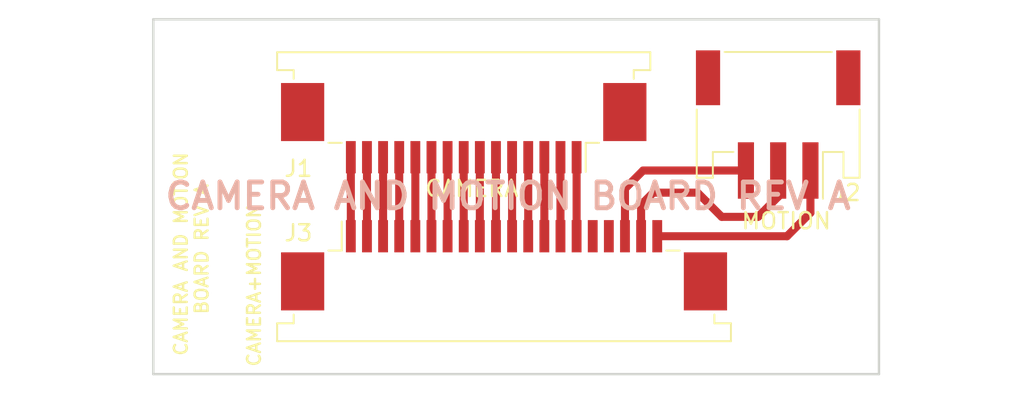
<source format=kicad_pcb>
(kicad_pcb (version 4) (host pcbnew 4.0.6)

  (general
    (links 18)
    (no_connects 0)
    (area 90.419048 98.675 154.080953 123.425)
    (thickness 1.6)
    (drawings 6)
    (tracks 28)
    (zones 0)
    (modules 5)
    (nets 21)
  )

  (page A4)
  (layers
    (0 F.Cu signal)
    (31 B.Cu signal)
    (32 B.Adhes user)
    (33 F.Adhes user)
    (34 B.Paste user)
    (35 F.Paste user)
    (36 B.SilkS user)
    (37 F.SilkS user)
    (38 B.Mask user)
    (39 F.Mask user)
    (40 Dwgs.User user)
    (41 Cmts.User user)
    (42 Eco1.User user)
    (43 Eco2.User user)
    (44 Edge.Cuts user)
    (45 Margin user)
    (46 B.CrtYd user)
    (47 F.CrtYd user)
    (48 B.Fab user)
    (49 F.Fab user)
  )

  (setup
    (last_trace_width 0.25)
    (user_trace_width 0.35)
    (user_trace_width 0.4)
    (user_trace_width 0.45)
    (user_trace_width 0.5)
    (trace_clearance 0.2)
    (zone_clearance 0.508)
    (zone_45_only no)
    (trace_min 0.2)
    (segment_width 0.2)
    (edge_width 0.15)
    (via_size 0.6)
    (via_drill 0.4)
    (via_min_size 0.4)
    (via_min_drill 0.3)
    (uvia_size 0.3)
    (uvia_drill 0.1)
    (uvias_allowed no)
    (uvia_min_size 0.2)
    (uvia_min_drill 0.1)
    (pcb_text_width 0.3)
    (pcb_text_size 1.5 1.5)
    (mod_edge_width 0.15)
    (mod_text_size 1 1)
    (mod_text_width 0.15)
    (pad_size 1.524 1.524)
    (pad_drill 0.762)
    (pad_to_mask_clearance 0.2)
    (aux_axis_origin 0 0)
    (visible_elements 7FFFFFFF)
    (pcbplotparams
      (layerselection 0x210b8_80000001)
      (usegerberextensions false)
      (excludeedgelayer true)
      (linewidth 0.100000)
      (plotframeref false)
      (viasonmask false)
      (mode 1)
      (useauxorigin false)
      (hpglpennumber 1)
      (hpglpenspeed 20)
      (hpglpendiameter 15)
      (hpglpenoverlay 2)
      (psnegative false)
      (psa4output false)
      (plotreference true)
      (plotvalue true)
      (plotinvisibletext false)
      (padsonsilk false)
      (subtractmaskfromsilk false)
      (outputformat 1)
      (mirror false)
      (drillshape 0)
      (scaleselection 1)
      (outputdirectory Gerbers))
  )

  (net 0 "")
  (net 1 "Net-(J1-Pad1)")
  (net 2 "Net-(J1-Pad2)")
  (net 3 "Net-(J1-Pad3)")
  (net 4 "Net-(J1-Pad4)")
  (net 5 "Net-(J1-Pad5)")
  (net 6 "Net-(J1-Pad6)")
  (net 7 "Net-(J1-Pad7)")
  (net 8 "Net-(J1-Pad8)")
  (net 9 "Net-(J1-Pad9)")
  (net 10 "Net-(J1-Pad10)")
  (net 11 "Net-(J1-Pad11)")
  (net 12 "Net-(J1-Pad12)")
  (net 13 "Net-(J1-Pad13)")
  (net 14 "Net-(J1-Pad14)")
  (net 15 "Net-(J1-Pad15)")
  (net 16 "Net-(J2-Pad1)")
  (net 17 "Net-(J2-Pad2)")
  (net 18 "Net-(J2-Pad3)")
  (net 19 "Net-(J3-Pad16)")
  (net 20 "Net-(J3-Pad17)")

  (net_class Default "This is the default net class."
    (clearance 0.2)
    (trace_width 0.25)
    (via_dia 0.6)
    (via_drill 0.4)
    (uvia_dia 0.3)
    (uvia_drill 0.1)
    (add_net "Net-(J1-Pad1)")
    (add_net "Net-(J1-Pad10)")
    (add_net "Net-(J1-Pad11)")
    (add_net "Net-(J1-Pad12)")
    (add_net "Net-(J1-Pad13)")
    (add_net "Net-(J1-Pad14)")
    (add_net "Net-(J1-Pad15)")
    (add_net "Net-(J1-Pad2)")
    (add_net "Net-(J1-Pad3)")
    (add_net "Net-(J1-Pad4)")
    (add_net "Net-(J1-Pad5)")
    (add_net "Net-(J1-Pad6)")
    (add_net "Net-(J1-Pad7)")
    (add_net "Net-(J1-Pad8)")
    (add_net "Net-(J1-Pad9)")
    (add_net "Net-(J2-Pad1)")
    (add_net "Net-(J2-Pad2)")
    (add_net "Net-(J2-Pad3)")
    (add_net "Net-(J3-Pad16)")
    (add_net "Net-(J3-Pad17)")
  )

  (module Connector_FFC-FPC:TE_1-84953-5_1x15_P1.0mm_Horizontal (layer F.Cu) (tedit 5AF18A88) (tstamp 5AF10673)
    (at 119.25 106.75 180)
    (descr "TE FPC connector, 15 top-side contacts, 1.0mm pitch, 1.0mm height, SMT, http://www.te.com/commerce/DocumentDelivery/DDEController?Action=srchrtrv&DocNm=84953&DocType=Customer+Drawing&DocLang=English&DocFormat=pdf&PartCntxt=84953-4")
    (tags "te fpc 84953")
    (path /5AF08486)
    (attr smd)
    (fp_text reference J1 (at 10.25 -2.5 180) (layer F.SilkS)
      (effects (font (size 1 1) (thickness 0.15)))
    )
    (fp_text value CAMERA (at -0.5 -3.75 180) (layer F.SilkS)
      (effects (font (size 1 1) (thickness 0.15)))
    )
    (fp_line (start -10.435 -0.8) (end 10.435 -0.8) (layer F.Fab) (width 0.1))
    (fp_line (start 10.435 -0.8) (end 10.435 3.71) (layer F.Fab) (width 0.1))
    (fp_line (start 10.435 3.71) (end 11.46 3.71) (layer F.Fab) (width 0.1))
    (fp_line (start 11.46 3.71) (end 11.46 4.6) (layer F.Fab) (width 0.1))
    (fp_line (start 11.46 4.6) (end -11.46 4.6) (layer F.Fab) (width 0.1))
    (fp_line (start -11.46 4.6) (end -11.46 3.71) (layer F.Fab) (width 0.1))
    (fp_line (start -11.46 3.71) (end -10.435 3.71) (layer F.Fab) (width 0.1))
    (fp_line (start -10.435 3.71) (end -10.435 -0.8) (layer F.Fab) (width 0.1))
    (fp_line (start -7.5 -0.8) (end -7 0.2) (layer F.Fab) (width 0.1))
    (fp_line (start -7 0.2) (end -6.5 -0.8) (layer F.Fab) (width 0.1))
    (fp_line (start 10.435 4.6) (end 10.435 5.61) (layer F.Fab) (width 0.1))
    (fp_line (start 10.435 5.61) (end 11.46 5.61) (layer F.Fab) (width 0.1))
    (fp_line (start 11.46 5.61) (end 11.46 6.5) (layer F.Fab) (width 0.1))
    (fp_line (start 11.46 6.5) (end -11.46 6.5) (layer F.Fab) (width 0.1))
    (fp_line (start -11.46 6.5) (end -11.46 5.61) (layer F.Fab) (width 0.1))
    (fp_line (start -11.46 5.61) (end -10.435 5.61) (layer F.Fab) (width 0.1))
    (fp_line (start -10.435 5.61) (end -10.435 4.6) (layer F.Fab) (width 0.1))
    (fp_line (start 10.545 3.06) (end 10.545 3.6) (layer F.SilkS) (width 0.12))
    (fp_line (start 10.545 3.6) (end 11.57 3.6) (layer F.SilkS) (width 0.12))
    (fp_line (start 11.57 3.6) (end 11.57 4.71) (layer F.SilkS) (width 0.12))
    (fp_line (start 11.57 4.71) (end -11.57 4.71) (layer F.SilkS) (width 0.12))
    (fp_line (start -11.57 4.71) (end -11.57 3.6) (layer F.SilkS) (width 0.12))
    (fp_line (start -11.57 3.6) (end -10.545 3.6) (layer F.SilkS) (width 0.12))
    (fp_line (start -10.545 3.6) (end -10.545 3.06) (layer F.SilkS) (width 0.12))
    (fp_line (start -8.39 -0.91) (end -7.565 -0.91) (layer F.SilkS) (width 0.12))
    (fp_line (start -7.565 -0.91) (end -7.565 -2.71) (layer F.SilkS) (width 0.12))
    (fp_line (start 7.565 -0.91) (end 8.39 -0.91) (layer F.SilkS) (width 0.12))
    (fp_line (start -11.96 -3.3) (end -11.96 7) (layer F.CrtYd) (width 0.05))
    (fp_line (start -11.96 7) (end 11.96 7) (layer F.CrtYd) (width 0.05))
    (fp_line (start 11.96 7) (end 11.96 -3.3) (layer F.CrtYd) (width 0.05))
    (fp_line (start 11.96 -3.3) (end -11.96 -3.3) (layer F.CrtYd) (width 0.05))
    (fp_text user %R (at 0 1.9 180) (layer F.Fab)
      (effects (font (size 1 1) (thickness 0.15)))
    )
    (pad 1 smd rect (at -7 -1.8 180) (size 0.61 2) (layers F.Cu F.Paste F.Mask)
      (net 1 "Net-(J1-Pad1)"))
    (pad 2 smd rect (at -6 -1.8 180) (size 0.61 2) (layers F.Cu F.Paste F.Mask)
      (net 2 "Net-(J1-Pad2)"))
    (pad 3 smd rect (at -5 -1.8 180) (size 0.61 2) (layers F.Cu F.Paste F.Mask)
      (net 3 "Net-(J1-Pad3)"))
    (pad 4 smd rect (at -4 -1.8 180) (size 0.61 2) (layers F.Cu F.Paste F.Mask)
      (net 4 "Net-(J1-Pad4)"))
    (pad 5 smd rect (at -3 -1.8 180) (size 0.61 2) (layers F.Cu F.Paste F.Mask)
      (net 5 "Net-(J1-Pad5)"))
    (pad 6 smd rect (at -2 -1.8 180) (size 0.61 2) (layers F.Cu F.Paste F.Mask)
      (net 6 "Net-(J1-Pad6)"))
    (pad 7 smd rect (at -1 -1.8 180) (size 0.61 2) (layers F.Cu F.Paste F.Mask)
      (net 7 "Net-(J1-Pad7)"))
    (pad 8 smd rect (at 0 -1.8 180) (size 0.61 2) (layers F.Cu F.Paste F.Mask)
      (net 8 "Net-(J1-Pad8)"))
    (pad 9 smd rect (at 1 -1.8 180) (size 0.61 2) (layers F.Cu F.Paste F.Mask)
      (net 9 "Net-(J1-Pad9)"))
    (pad 10 smd rect (at 2 -1.8 180) (size 0.61 2) (layers F.Cu F.Paste F.Mask)
      (net 10 "Net-(J1-Pad10)"))
    (pad 11 smd rect (at 3 -1.8 180) (size 0.61 2) (layers F.Cu F.Paste F.Mask)
      (net 11 "Net-(J1-Pad11)"))
    (pad 12 smd rect (at 4 -1.8 180) (size 0.61 2) (layers F.Cu F.Paste F.Mask)
      (net 12 "Net-(J1-Pad12)"))
    (pad 13 smd rect (at 5 -1.8 180) (size 0.61 2) (layers F.Cu F.Paste F.Mask)
      (net 13 "Net-(J1-Pad13)"))
    (pad 14 smd rect (at 6 -1.8 180) (size 0.61 2) (layers F.Cu F.Paste F.Mask)
      (net 14 "Net-(J1-Pad14)"))
    (pad 15 smd rect (at 7 -1.8 180) (size 0.61 2) (layers F.Cu F.Paste F.Mask)
      (net 15 "Net-(J1-Pad15)"))
    (pad "" smd rect (at -9.99 1 180) (size 2.68 3.6) (layers F.Cu F.Paste F.Mask))
    (pad "" smd rect (at 9.99 1 180) (size 2.68 3.6) (layers F.Cu F.Paste F.Mask))
    (model C:/CameraBoard/3D/1-84953-5.STEP
      (at (xyz 0 0 0))
      (scale (xyz 1 1 1))
      (rotate (xyz 0 0 0))
    )
  )

  (module Connectors_JST:JST_PH_S3B-PH-SM4-TB_03x2.00mm_Angled (layer F.Cu) (tedit 5AF18A92) (tstamp 5AF10695)
    (at 138.75 106.5 180)
    (descr "JST PH series connector, S3B-PH-SM4-TB, side entry type, surface mount, Datasheet: http://www.jst-mfg.com/product/pdf/eng/ePH.pdf")
    (tags "connector jst ph")
    (path /5AF08529)
    (attr smd)
    (fp_text reference J2 (at -4.25 -4.25 180) (layer F.SilkS)
      (effects (font (size 1 1) (thickness 0.15)))
    )
    (fp_text value MOTION (at -0.5 -6 180) (layer F.SilkS)
      (effects (font (size 1 1) (thickness 0.15)))
    )
    (fp_line (start -4.15 -1.625) (end -4.15 -3.225) (layer F.Fab) (width 0.1))
    (fp_line (start -4.15 -3.225) (end -4.95 -3.225) (layer F.Fab) (width 0.1))
    (fp_line (start -4.95 -3.225) (end -4.95 4.375) (layer F.Fab) (width 0.1))
    (fp_line (start -4.95 4.375) (end 4.95 4.375) (layer F.Fab) (width 0.1))
    (fp_line (start 4.95 4.375) (end 4.95 -3.225) (layer F.Fab) (width 0.1))
    (fp_line (start 4.95 -3.225) (end 4.15 -3.225) (layer F.Fab) (width 0.1))
    (fp_line (start 4.15 -3.225) (end 4.15 -1.625) (layer F.Fab) (width 0.1))
    (fp_line (start 4.15 -1.625) (end -4.15 -1.625) (layer F.Fab) (width 0.1))
    (fp_line (start -2.775 -1.725) (end -4.05 -1.725) (layer F.SilkS) (width 0.12))
    (fp_line (start -4.05 -1.725) (end -4.05 -3.325) (layer F.SilkS) (width 0.12))
    (fp_line (start -4.05 -3.325) (end -5.05 -3.325) (layer F.SilkS) (width 0.12))
    (fp_line (start -5.05 -3.325) (end -5.05 0.9) (layer F.SilkS) (width 0.12))
    (fp_line (start 5.05 0.9) (end 5.05 -3.325) (layer F.SilkS) (width 0.12))
    (fp_line (start 5.05 -3.325) (end 4.05 -3.325) (layer F.SilkS) (width 0.12))
    (fp_line (start 4.05 -3.325) (end 4.05 -1.725) (layer F.SilkS) (width 0.12))
    (fp_line (start 4.05 -1.725) (end 2.775 -1.725) (layer F.SilkS) (width 0.12))
    (fp_line (start -3.325 4.475) (end 3.325 4.475) (layer F.SilkS) (width 0.12))
    (fp_line (start -2.775 -1.725) (end -2.775 -4.625) (layer F.SilkS) (width 0.12))
    (fp_line (start -3 -1.625) (end -2 -0.625) (layer F.Fab) (width 0.1))
    (fp_line (start -2 -0.625) (end -1 -1.625) (layer F.Fab) (width 0.1))
    (fp_line (start -5.6 -5.13) (end -5.6 5.07) (layer F.CrtYd) (width 0.05))
    (fp_line (start -5.6 5.07) (end 5.6 5.07) (layer F.CrtYd) (width 0.05))
    (fp_line (start 5.6 5.07) (end 5.6 -5.13) (layer F.CrtYd) (width 0.05))
    (fp_line (start 5.6 -5.13) (end -5.6 -5.13) (layer F.CrtYd) (width 0.05))
    (fp_text user %R (at 0 1.5 180) (layer F.Fab)
      (effects (font (size 1 1) (thickness 0.15)))
    )
    (pad 1 smd rect (at -2 -2.875 180) (size 1 3.5) (layers F.Cu F.Paste F.Mask)
      (net 16 "Net-(J2-Pad1)"))
    (pad 2 smd rect (at 0 -2.875 180) (size 1 3.5) (layers F.Cu F.Paste F.Mask)
      (net 17 "Net-(J2-Pad2)"))
    (pad 3 smd rect (at 2 -2.875 180) (size 1 3.5) (layers F.Cu F.Paste F.Mask)
      (net 18 "Net-(J2-Pad3)"))
    (pad "" smd rect (at -4.35 2.875 180) (size 1.5 3.4) (layers F.Cu F.Paste F.Mask))
    (pad "" smd rect (at 4.35 2.875 180) (size 1.5 3.4) (layers F.Cu F.Paste F.Mask))
    (model C:/CameraBoard/3D/S3B-PH-SM4.STEP
      (at (xyz 0 0 0))
      (scale (xyz 1 1 1))
      (rotate (xyz 0 0 0))
    )
  )

  (module Connector_FFC-FPC:TE_2-84953-0_1x20_P1.0mm_Horizontal (layer F.Cu) (tedit 5AF18E98) (tstamp 5AF106CF)
    (at 121.75 115.25)
    (descr "TE FPC connector, 20 top-side contacts, 1.0mm pitch, 1.0mm height, SMT, http://www.te.com/commerce/DocumentDelivery/DDEController?Action=srchrtrv&DocNm=84953&DocType=Customer+Drawing&DocLang=English&DocFormat=pdf&PartCntxt=84953-4")
    (tags "te fpc 84953")
    (path /5AF085E0)
    (attr smd)
    (fp_text reference J3 (at -12.75 -2) (layer F.SilkS)
      (effects (font (size 1 1) (thickness 0.15)))
    )
    (fp_text value CAMERA+MOTION (at -15.5 1.25 90) (layer F.SilkS)
      (effects (font (size 0.8 0.8) (thickness 0.15)))
    )
    (fp_line (start -12.935 -0.8) (end 12.935 -0.8) (layer F.Fab) (width 0.1))
    (fp_line (start 12.935 -0.8) (end 12.935 3.71) (layer F.Fab) (width 0.1))
    (fp_line (start 12.935 3.71) (end 13.96 3.71) (layer F.Fab) (width 0.1))
    (fp_line (start 13.96 3.71) (end 13.96 4.6) (layer F.Fab) (width 0.1))
    (fp_line (start 13.96 4.6) (end -13.96 4.6) (layer F.Fab) (width 0.1))
    (fp_line (start -13.96 4.6) (end -13.96 3.71) (layer F.Fab) (width 0.1))
    (fp_line (start -13.96 3.71) (end -12.935 3.71) (layer F.Fab) (width 0.1))
    (fp_line (start -12.935 3.71) (end -12.935 -0.8) (layer F.Fab) (width 0.1))
    (fp_line (start -10 -0.8) (end -9.5 0.2) (layer F.Fab) (width 0.1))
    (fp_line (start -9.5 0.2) (end -9 -0.8) (layer F.Fab) (width 0.1))
    (fp_line (start 12.935 4.6) (end 12.935 5.61) (layer F.Fab) (width 0.1))
    (fp_line (start 12.935 5.61) (end 13.96 5.61) (layer F.Fab) (width 0.1))
    (fp_line (start 13.96 5.61) (end 13.96 6.5) (layer F.Fab) (width 0.1))
    (fp_line (start 13.96 6.5) (end -13.96 6.5) (layer F.Fab) (width 0.1))
    (fp_line (start -13.96 6.5) (end -13.96 5.61) (layer F.Fab) (width 0.1))
    (fp_line (start -13.96 5.61) (end -12.935 5.61) (layer F.Fab) (width 0.1))
    (fp_line (start -12.935 5.61) (end -12.935 4.6) (layer F.Fab) (width 0.1))
    (fp_line (start 13.045 3.06) (end 13.045 3.6) (layer F.SilkS) (width 0.12))
    (fp_line (start 13.045 3.6) (end 14.07 3.6) (layer F.SilkS) (width 0.12))
    (fp_line (start 14.07 3.6) (end 14.07 4.71) (layer F.SilkS) (width 0.12))
    (fp_line (start 14.07 4.71) (end -14.07 4.71) (layer F.SilkS) (width 0.12))
    (fp_line (start -14.07 4.71) (end -14.07 3.6) (layer F.SilkS) (width 0.12))
    (fp_line (start -14.07 3.6) (end -13.045 3.6) (layer F.SilkS) (width 0.12))
    (fp_line (start -13.045 3.6) (end -13.045 3.06) (layer F.SilkS) (width 0.12))
    (fp_line (start -10.89 -0.91) (end -10.065 -0.91) (layer F.SilkS) (width 0.12))
    (fp_line (start -10.065 -0.91) (end -10.065 -2.71) (layer F.SilkS) (width 0.12))
    (fp_line (start 10.065 -0.91) (end 10.89 -0.91) (layer F.SilkS) (width 0.12))
    (fp_line (start -14.46 -3.3) (end -14.46 7) (layer F.CrtYd) (width 0.05))
    (fp_line (start -14.46 7) (end 14.46 7) (layer F.CrtYd) (width 0.05))
    (fp_line (start 14.46 7) (end 14.46 -3.3) (layer F.CrtYd) (width 0.05))
    (fp_line (start 14.46 -3.3) (end -14.46 -3.3) (layer F.CrtYd) (width 0.05))
    (fp_text user %R (at 0 1.9) (layer F.Fab)
      (effects (font (size 1 1) (thickness 0.15)))
    )
    (pad 1 smd rect (at -9.5 -1.8) (size 0.61 2) (layers F.Cu F.Paste F.Mask)
      (net 15 "Net-(J1-Pad15)"))
    (pad 2 smd rect (at -8.5 -1.8) (size 0.61 2) (layers F.Cu F.Paste F.Mask)
      (net 14 "Net-(J1-Pad14)"))
    (pad 3 smd rect (at -7.5 -1.8) (size 0.61 2) (layers F.Cu F.Paste F.Mask)
      (net 13 "Net-(J1-Pad13)"))
    (pad 4 smd rect (at -6.5 -1.8) (size 0.61 2) (layers F.Cu F.Paste F.Mask)
      (net 12 "Net-(J1-Pad12)"))
    (pad 5 smd rect (at -5.5 -1.8) (size 0.61 2) (layers F.Cu F.Paste F.Mask)
      (net 11 "Net-(J1-Pad11)"))
    (pad 6 smd rect (at -4.5 -1.8) (size 0.61 2) (layers F.Cu F.Paste F.Mask)
      (net 10 "Net-(J1-Pad10)"))
    (pad 7 smd rect (at -3.5 -1.8) (size 0.61 2) (layers F.Cu F.Paste F.Mask)
      (net 9 "Net-(J1-Pad9)"))
    (pad 8 smd rect (at -2.5 -1.8) (size 0.61 2) (layers F.Cu F.Paste F.Mask)
      (net 8 "Net-(J1-Pad8)"))
    (pad 9 smd rect (at -1.5 -1.8) (size 0.61 2) (layers F.Cu F.Paste F.Mask)
      (net 7 "Net-(J1-Pad7)"))
    (pad 10 smd rect (at -0.5 -1.8) (size 0.61 2) (layers F.Cu F.Paste F.Mask)
      (net 6 "Net-(J1-Pad6)"))
    (pad 11 smd rect (at 0.5 -1.8) (size 0.61 2) (layers F.Cu F.Paste F.Mask)
      (net 5 "Net-(J1-Pad5)"))
    (pad 12 smd rect (at 1.5 -1.8) (size 0.61 2) (layers F.Cu F.Paste F.Mask)
      (net 4 "Net-(J1-Pad4)"))
    (pad 13 smd rect (at 2.5 -1.8) (size 0.61 2) (layers F.Cu F.Paste F.Mask)
      (net 3 "Net-(J1-Pad3)"))
    (pad 14 smd rect (at 3.5 -1.8) (size 0.61 2) (layers F.Cu F.Paste F.Mask)
      (net 2 "Net-(J1-Pad2)"))
    (pad 15 smd rect (at 4.5 -1.8) (size 0.61 2) (layers F.Cu F.Paste F.Mask)
      (net 1 "Net-(J1-Pad1)"))
    (pad 16 smd rect (at 5.5 -1.8) (size 0.61 2) (layers F.Cu F.Paste F.Mask)
      (net 19 "Net-(J3-Pad16)"))
    (pad 17 smd rect (at 6.5 -1.8) (size 0.61 2) (layers F.Cu F.Paste F.Mask)
      (net 20 "Net-(J3-Pad17)"))
    (pad 18 smd rect (at 7.5 -1.8) (size 0.61 2) (layers F.Cu F.Paste F.Mask)
      (net 18 "Net-(J2-Pad3)"))
    (pad 19 smd rect (at 8.5 -1.8) (size 0.61 2) (layers F.Cu F.Paste F.Mask)
      (net 17 "Net-(J2-Pad2)"))
    (pad 20 smd rect (at 9.5 -1.8) (size 0.61 2) (layers F.Cu F.Paste F.Mask)
      (net 16 "Net-(J2-Pad1)"))
    (pad "" smd rect (at -12.49 1) (size 2.68 3.6) (layers F.Cu F.Paste F.Mask))
    (pad "" smd rect (at 12.49 1) (size 2.68 3.6) (layers F.Cu F.Paste F.Mask))
    (model C:/CameraBoard/3D/2-84953-0.STEP
      (at (xyz 0 0 0))
      (scale (xyz 1 1 1))
      (rotate (xyz 0 0 0))
    )
  )

  (module Mounting_Holes:MountingHole_3.2mm_M3_ISO7380 (layer F.Cu) (tedit 5AF097B4) (tstamp 5AF12558)
    (at 103.5 103.5)
    (descr "Mounting Hole 3.2mm, no annular, M3, ISO7380")
    (tags "mounting hole 3.2mm no annular m3 iso7380")
    (attr virtual)
    (fp_text reference REF** (at 0 -3.85) (layer F.Fab)
      (effects (font (size 1 1) (thickness 0.15)))
    )
    (fp_text value MountingHole_3.2mm_M3_ISO7380 (at 0 3.85) (layer F.Fab)
      (effects (font (size 1 1) (thickness 0.15)))
    )
    (fp_text user %R (at 0.3 0) (layer F.Fab)
      (effects (font (size 1 1) (thickness 0.15)))
    )
    (fp_circle (center 0 0) (end 2.85 0) (layer Cmts.User) (width 0.15))
    (fp_circle (center 0 0) (end 3.1 0) (layer F.CrtYd) (width 0.05))
    (pad 1 np_thru_hole circle (at 0 0) (size 3.2 3.2) (drill 3.2) (layers *.Cu *.Mask))
  )

  (module Mounting_Holes:MountingHole_3.2mm_M3_ISO7380 (layer F.Cu) (tedit 5AF097BD) (tstamp 5AF1255E)
    (at 141 118.5)
    (descr "Mounting Hole 3.2mm, no annular, M3, ISO7380")
    (tags "mounting hole 3.2mm no annular m3 iso7380")
    (attr virtual)
    (fp_text reference REF** (at 0 -3.85) (layer F.Fab)
      (effects (font (size 1 1) (thickness 0.15)))
    )
    (fp_text value MountingHole_3.2mm_M3_ISO7380 (at 0 3.85) (layer F.Fab)
      (effects (font (size 1 1) (thickness 0.15)))
    )
    (fp_text user %R (at 0.3 0) (layer F.Fab)
      (effects (font (size 1 1) (thickness 0.15)))
    )
    (fp_circle (center 0 0) (end 2.85 0) (layer Cmts.User) (width 0.15))
    (fp_circle (center 0 0) (end 3.1 0) (layer F.CrtYd) (width 0.05))
    (pad 1 np_thru_hole circle (at 0 0) (size 3.2 3.2) (drill 3.2) (layers *.Cu *.Mask))
  )

  (gr_text "CAMERA AND MOTION BOARD REV A\n\n" (at 122 112.25) (layer B.SilkS)
    (effects (font (size 1.6 1.6) (thickness 0.3)))
  )
  (gr_text "CAMERA AND MOTION \nBOARD REV A\n\n" (at 103 114.25 90) (layer F.SilkS)
    (effects (font (size 0.8 0.8) (thickness 0.15)))
  )
  (gr_line (start 100 122) (end 100 100) (angle 90) (layer Edge.Cuts) (width 0.15))
  (gr_line (start 145 122) (end 100 122) (angle 90) (layer Edge.Cuts) (width 0.15))
  (gr_line (start 145 100) (end 145 122) (angle 90) (layer Edge.Cuts) (width 0.15))
  (gr_line (start 100 100) (end 145 100) (angle 90) (layer Edge.Cuts) (width 0.15))

  (segment (start 126.25 108.55) (end 126.25 113.45) (width 0.5) (layer F.Cu) (net 1))
  (segment (start 125.25 108.55) (end 125.25 113.45) (width 0.5) (layer F.Cu) (net 2))
  (segment (start 124.25 108.55) (end 124.25 113.45) (width 0.5) (layer F.Cu) (net 3))
  (segment (start 123.25 108.55) (end 123.25 113.45) (width 0.5) (layer F.Cu) (net 4))
  (segment (start 122.25 108.55) (end 122.25 113.45) (width 0.5) (layer F.Cu) (net 5))
  (segment (start 121.25 108.55) (end 121.25 113.45) (width 0.5) (layer F.Cu) (net 6))
  (segment (start 120.25 108.55) (end 120.25 113.45) (width 0.5) (layer F.Cu) (net 7))
  (segment (start 119.25 108.55) (end 119.25 113.45) (width 0.5) (layer F.Cu) (net 8))
  (segment (start 118.25 108.55) (end 118.25 113.45) (width 0.5) (layer F.Cu) (net 9))
  (segment (start 117.25 108.55) (end 117.25 113.45) (width 0.5) (layer F.Cu) (net 10))
  (segment (start 116.25 108.55) (end 116.25 113.45) (width 0.5) (layer F.Cu) (net 11))
  (segment (start 115.25 108.55) (end 115.25 113.45) (width 0.5) (layer F.Cu) (net 12))
  (segment (start 114.25 108.55) (end 114.25 113.45) (width 0.5) (layer F.Cu) (net 13))
  (segment (start 113.25 108.55) (end 113.25 113.45) (width 0.5) (layer F.Cu) (net 14))
  (segment (start 112.25 108.55) (end 112.25 113.45) (width 0.5) (layer F.Cu) (net 15))
  (segment (start 140.75 109.375) (end 140.75 112) (width 0.5) (layer F.Cu) (net 16))
  (segment (start 139.3 113.45) (end 131.25 113.45) (width 0.5) (layer F.Cu) (net 16) (tstamp 5AF18AF7))
  (segment (start 140.75 112) (end 139.3 113.45) (width 0.5) (layer F.Cu) (net 16) (tstamp 5AF18AF6))
  (segment (start 138.75 109.375) (end 138.75 111) (width 0.5) (layer F.Cu) (net 17))
  (segment (start 138.75 111) (end 137.5 112.25) (width 0.5) (layer F.Cu) (net 17) (tstamp 5AF18AEE))
  (segment (start 137.5 112.25) (end 135.25 112.25) (width 0.5) (layer F.Cu) (net 17) (tstamp 5AF18AEF))
  (segment (start 135.25 112.25) (end 133.75 110.75) (width 0.5) (layer F.Cu) (net 17) (tstamp 5AF18AF0))
  (segment (start 133.75 110.75) (end 131 110.75) (width 0.5) (layer F.Cu) (net 17) (tstamp 5AF18AF1))
  (segment (start 131 110.75) (end 130.25 111.5) (width 0.5) (layer F.Cu) (net 17) (tstamp 5AF18AF2))
  (segment (start 130.25 111.5) (end 130.25 113.45) (width 0.5) (layer F.Cu) (net 17) (tstamp 5AF18AF3))
  (segment (start 136.75 109.375) (end 130.375 109.375) (width 0.5) (layer F.Cu) (net 18))
  (segment (start 129.25 110.5) (end 129.25 113.45) (width 0.5) (layer F.Cu) (net 18) (tstamp 5AF18AEB))
  (segment (start 130.375 109.375) (end 129.25 110.5) (width 0.5) (layer F.Cu) (net 18) (tstamp 5AF18AEA))

)

</source>
